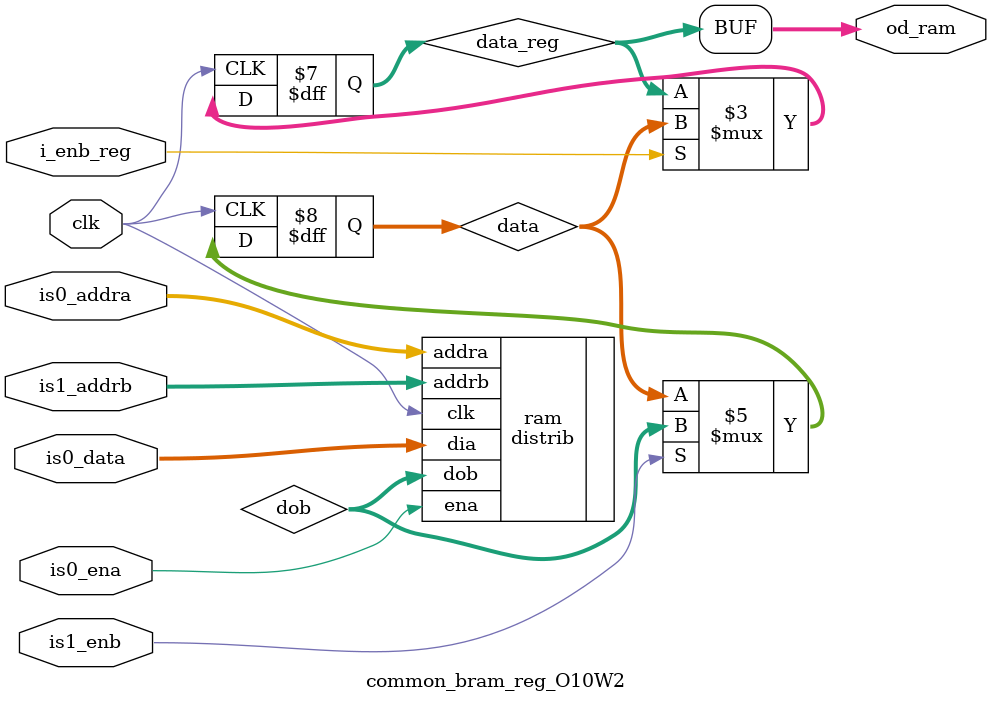
<source format=sv>
`timescale 100ps/100ps

(* keep_hierarchy = "yes" *) module common_bram_reg_O10W2 (
    input  bit clk,
    input  bit is0_ena,
    input  bit [9:0] is0_addra,
    input  bit [1:0] is0_data,
    input  bit is1_enb,
    input  bit [9:0] is1_addrb,
    input  bit i_enb_reg,
    output bit [1:0] od_ram
);


///////////////////////////////////////////////////////////
///////////////////////////////////////////////////////////
bit [1:0] data;
bit [1:0] data_reg;
bit [1:0] dob;

distrib #(
    .ORDER               (10),
    .WIDTH               (2))
ram (
    .clk                 (clk),
    .ena                 (is0_ena),
    .addra               (is0_addra),
    .dia                 (is0_data),
    .addrb               (is1_addrb),
    .dob                 (dob));


///////////////////////////////////////////////////////////
///////////////////////////////////////////////////////////
always_ff @(posedge clk)
begin
    if (is1_enb) begin
        data <= dob;
    end
end
always_ff @(posedge clk)
begin
    if (i_enb_reg) begin
        data_reg <= data;
    end
end
assign od_ram = data_reg;

endmodule
</source>
